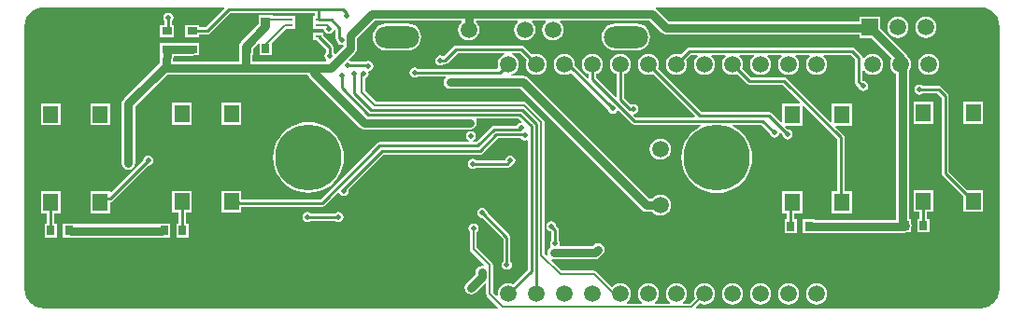
<source format=gtl>
G04*
G04 #@! TF.GenerationSoftware,Altium Limited,Altium Designer,18.1.9 (240)*
G04*
G04 Layer_Physical_Order=1*
G04 Layer_Color=255*
%FSAX25Y25*%
%MOIN*%
G70*
G01*
G75*
%ADD13R,0.05512X0.06299*%
%ADD14R,0.02756X0.03347*%
%ADD15R,0.03543X0.06496*%
%ADD16R,0.02165X0.00984*%
%ADD17R,0.03347X0.03740*%
%ADD18R,0.03347X0.02756*%
%ADD31C,0.01000*%
%ADD32C,0.03000*%
%ADD33C,0.00800*%
%ADD34C,0.05906*%
%ADD35R,0.05906X0.05906*%
%ADD36C,0.05910*%
%ADD37C,0.05906*%
%ADD38O,0.15748X0.07874*%
%ADD39C,0.23622*%
%ADD40C,0.01968*%
G36*
X0361407Y0452258D02*
X0354549Y0445400D01*
X0352335D01*
Y0446253D01*
X0347389D01*
Y0441897D01*
X0352335D01*
Y0442749D01*
X0355098D01*
X0355606Y0442850D01*
X0356036Y0443138D01*
X0363541Y0450643D01*
X0393458D01*
Y0449520D01*
X0392901D01*
Y0444968D01*
X0396354D01*
X0396703Y0444906D01*
X0396905Y0444567D01*
X0396981Y0444186D01*
X0397375Y0443596D01*
X0397965Y0443201D01*
X0398661Y0443063D01*
X0399358Y0443201D01*
X0399948Y0443596D01*
X0400342Y0444186D01*
X0400348Y0444215D01*
X0400902Y0444436D01*
X0401037Y0444340D01*
Y0441691D01*
X0401138Y0441184D01*
X0401292Y0440953D01*
X0401290Y0440944D01*
X0401429Y0440248D01*
X0401823Y0439658D01*
X0402413Y0439263D01*
X0403109Y0439125D01*
X0403549Y0439212D01*
X0403596Y0439190D01*
X0403827Y0438758D01*
X0401009Y0435939D01*
X0400441Y0436079D01*
X0400184Y0436464D01*
Y0438248D01*
X0400083Y0438755D01*
X0399796Y0439185D01*
X0396666Y0442315D01*
Y0443615D01*
X0394951D01*
X0394783Y0443648D01*
X0394616Y0443615D01*
X0392901D01*
Y0441031D01*
X0394201D01*
X0397533Y0437699D01*
Y0436464D01*
X0397178Y0435932D01*
X0397039Y0435236D01*
X0397178Y0434540D01*
X0397572Y0433950D01*
X0397752Y0433829D01*
X0397601Y0433329D01*
X0371243D01*
Y0435460D01*
X0371646D01*
Y0438015D01*
X0373325Y0439693D01*
X0373787Y0439502D01*
Y0435460D01*
X0378142D01*
Y0439798D01*
X0383312Y0444968D01*
X0386627D01*
Y0449520D01*
X0382861D01*
Y0449452D01*
X0378536D01*
Y0450032D01*
X0373590D01*
Y0446591D01*
X0367405Y0440406D01*
X0367291D01*
Y0440292D01*
X0367239Y0440241D01*
X0366731Y0439480D01*
X0366553Y0438583D01*
Y0433329D01*
X0343406D01*
X0343057Y0433687D01*
X0343095Y0435234D01*
X0349862D01*
X0350702Y0435401D01*
X0352335D01*
Y0439757D01*
X0350702D01*
X0349862Y0439924D01*
X0340807D01*
X0340386Y0439840D01*
X0339963Y0439767D01*
X0339947Y0439757D01*
X0338334D01*
Y0435401D01*
X0338334D01*
X0338406Y0435327D01*
X0338343Y0432749D01*
X0325428Y0419835D01*
X0324920Y0419074D01*
X0324742Y0418177D01*
Y0396772D01*
X0324920Y0395874D01*
X0325428Y0395113D01*
X0326189Y0394605D01*
X0327087Y0394427D01*
X0327984Y0394605D01*
X0328745Y0395113D01*
X0329253Y0395874D01*
X0329432Y0396772D01*
Y0417205D01*
X0340940Y0428713D01*
X0341312Y0428639D01*
X0341312Y0428639D01*
X0390911D01*
X0390944Y0428473D01*
X0391452Y0427712D01*
X0409444Y0409720D01*
X0409444Y0409720D01*
X0410205Y0409211D01*
X0411102Y0409033D01*
X0449055D01*
X0449953Y0409211D01*
X0450713Y0409720D01*
X0451222Y0410480D01*
X0451400Y0411378D01*
X0451222Y0412275D01*
X0451132Y0412409D01*
X0451368Y0412850D01*
X0466141D01*
X0467199Y0411792D01*
X0467175Y0411631D01*
X0467002Y0411282D01*
X0466429Y0411168D01*
X0465839Y0410774D01*
X0465541Y0410329D01*
X0457625D01*
X0457118Y0410228D01*
X0456688Y0409940D01*
X0451144Y0404396D01*
X0450094D01*
X0450011Y0404657D01*
X0450010Y0404896D01*
X0450538Y0405249D01*
X0450933Y0405839D01*
X0451071Y0406535D01*
X0450933Y0407232D01*
X0450538Y0407822D01*
X0449948Y0408216D01*
X0449252Y0408355D01*
X0448556Y0408216D01*
X0447966Y0407822D01*
X0447571Y0407232D01*
X0447433Y0406535D01*
X0447571Y0405839D01*
X0447966Y0405249D01*
X0448493Y0404896D01*
X0448493Y0404657D01*
X0448410Y0404396D01*
X0416614D01*
X0416107Y0404295D01*
X0415677Y0404008D01*
X0395632Y0383963D01*
X0367414D01*
Y0387020D01*
X0360302D01*
Y0379121D01*
X0367414D01*
Y0381312D01*
X0396181D01*
X0396688Y0381413D01*
X0397118Y0381701D01*
X0401678Y0386260D01*
X0402258Y0386133D01*
X0402532Y0385721D01*
X0403123Y0385327D01*
X0403819Y0385189D01*
X0404515Y0385327D01*
X0405105Y0385721D01*
X0405500Y0386312D01*
X0405638Y0387008D01*
X0405556Y0387421D01*
X0418080Y0399945D01*
X0452438D01*
X0452946Y0400046D01*
X0453376Y0400334D01*
X0458920Y0405878D01*
X0466903D01*
X0467139Y0405525D01*
X0467729Y0405130D01*
X0468425Y0404992D01*
X0468973Y0405101D01*
X0469473Y0404810D01*
Y0358867D01*
X0464145Y0353539D01*
X0463578Y0353774D01*
X0462598Y0353903D01*
X0461619Y0353774D01*
X0460706Y0353396D01*
X0459922Y0352795D01*
X0459320Y0352011D01*
X0458942Y0351098D01*
X0458813Y0350118D01*
X0458873Y0349667D01*
X0458399Y0349434D01*
X0457129Y0350704D01*
Y0360394D01*
X0457036Y0360862D01*
X0456771Y0361259D01*
X0451381Y0366649D01*
Y0372136D01*
X0451444Y0372178D01*
X0451838Y0372768D01*
X0451977Y0373465D01*
X0451838Y0374161D01*
X0451444Y0374751D01*
X0450854Y0375145D01*
X0450157Y0375284D01*
X0449461Y0375145D01*
X0448871Y0374751D01*
X0448477Y0374161D01*
X0448338Y0373465D01*
X0448477Y0372768D01*
X0448871Y0372178D01*
X0448934Y0372136D01*
Y0366142D01*
X0449027Y0365673D01*
X0449292Y0365277D01*
X0454011Y0360557D01*
X0453765Y0360097D01*
X0453150Y0360219D01*
X0452252Y0360041D01*
X0451491Y0359532D01*
X0450983Y0358771D01*
X0450805Y0357874D01*
Y0357153D01*
X0447673Y0354020D01*
X0447164Y0353260D01*
X0446986Y0352362D01*
X0447164Y0351465D01*
X0447673Y0350704D01*
X0448433Y0350196D01*
X0449331Y0350017D01*
X0450228Y0350196D01*
X0450989Y0350704D01*
X0454220Y0353935D01*
X0454682Y0353744D01*
Y0350197D01*
X0454775Y0349729D01*
X0455040Y0349332D01*
X0458992Y0345380D01*
X0458801Y0344918D01*
X0297076D01*
X0295441Y0345102D01*
X0293952Y0345623D01*
X0292617Y0346462D01*
X0291501Y0347577D01*
X0290662Y0348913D01*
X0290142Y0350401D01*
X0289957Y0352037D01*
Y0445601D01*
X0290142Y0447236D01*
X0290662Y0448725D01*
X0291501Y0450061D01*
X0292617Y0451176D01*
X0293952Y0452015D01*
X0295441Y0452536D01*
X0297076Y0452720D01*
X0361216D01*
X0361407Y0452258D01*
D02*
G37*
G36*
X0632433Y0452536D02*
X0633922Y0452015D01*
X0635257Y0451176D01*
X0636373Y0450061D01*
X0637212Y0448725D01*
X0637733Y0447236D01*
X0637917Y0445601D01*
Y0352037D01*
X0637733Y0350401D01*
X0637212Y0348913D01*
X0636373Y0347577D01*
X0635257Y0346462D01*
X0633922Y0345623D01*
X0632433Y0345102D01*
X0630798Y0344918D01*
X0529782D01*
X0529590Y0345380D01*
X0530950Y0346739D01*
X0531619Y0346462D01*
X0532598Y0346333D01*
X0533578Y0346462D01*
X0534491Y0346840D01*
X0535275Y0347442D01*
X0535877Y0348226D01*
X0536255Y0349138D01*
X0536384Y0350118D01*
X0536255Y0351098D01*
X0535877Y0352011D01*
X0535275Y0352795D01*
X0534491Y0353396D01*
X0533578Y0353774D01*
X0532598Y0353903D01*
X0531619Y0353774D01*
X0530706Y0353396D01*
X0529922Y0352795D01*
X0529320Y0352011D01*
X0528942Y0351098D01*
X0528813Y0350118D01*
X0528942Y0349138D01*
X0529219Y0348469D01*
X0527368Y0346618D01*
X0525023D01*
X0524853Y0347118D01*
X0525275Y0347442D01*
X0525877Y0348226D01*
X0526255Y0349138D01*
X0526384Y0350118D01*
X0526255Y0351098D01*
X0525877Y0352011D01*
X0525275Y0352795D01*
X0524491Y0353396D01*
X0523578Y0353774D01*
X0522598Y0353903D01*
X0521619Y0353774D01*
X0520706Y0353396D01*
X0519922Y0352795D01*
X0519320Y0352011D01*
X0518942Y0351098D01*
X0518813Y0350118D01*
X0518942Y0349138D01*
X0519320Y0348226D01*
X0519922Y0347442D01*
X0520344Y0347118D01*
X0520174Y0346618D01*
X0515023D01*
X0514853Y0347118D01*
X0515275Y0347442D01*
X0515876Y0348226D01*
X0516255Y0349138D01*
X0516384Y0350118D01*
X0516255Y0351098D01*
X0515876Y0352011D01*
X0515275Y0352795D01*
X0514491Y0353396D01*
X0513578Y0353774D01*
X0512598Y0353903D01*
X0511619Y0353774D01*
X0510706Y0353396D01*
X0509922Y0352795D01*
X0509320Y0352011D01*
X0508942Y0351098D01*
X0508813Y0350118D01*
X0508942Y0349138D01*
X0509320Y0348226D01*
X0509922Y0347442D01*
X0510344Y0347118D01*
X0510174Y0346618D01*
X0505023D01*
X0504853Y0347118D01*
X0505275Y0347442D01*
X0505876Y0348226D01*
X0506255Y0349138D01*
X0506384Y0350118D01*
X0506255Y0351098D01*
X0505876Y0352011D01*
X0505275Y0352795D01*
X0504491Y0353396D01*
X0503578Y0353774D01*
X0502598Y0353903D01*
X0501619Y0353774D01*
X0500706Y0353396D01*
X0499922Y0352795D01*
X0499863Y0352718D01*
X0499364Y0352686D01*
X0493980Y0358070D01*
X0493583Y0358335D01*
X0493115Y0358428D01*
X0481609D01*
X0477957Y0362080D01*
X0478203Y0362541D01*
X0478819Y0362419D01*
X0493425D01*
X0494323Y0362597D01*
X0495083Y0363106D01*
X0496343Y0364365D01*
X0496852Y0365126D01*
X0497030Y0366024D01*
X0496852Y0366921D01*
X0496343Y0367682D01*
X0495582Y0368190D01*
X0494685Y0368369D01*
X0493788Y0368190D01*
X0493027Y0367682D01*
X0492454Y0367109D01*
X0481310D01*
X0480978Y0367609D01*
X0481070Y0368070D01*
X0480932Y0368766D01*
X0480577Y0369298D01*
Y0372909D01*
X0480577Y0372913D01*
X0480477Y0373421D01*
X0480189Y0373851D01*
X0479719Y0374321D01*
X0479594Y0374948D01*
X0479200Y0375538D01*
X0478610Y0375933D01*
X0477913Y0376071D01*
X0477217Y0375933D01*
X0476627Y0375538D01*
X0476233Y0374948D01*
X0476094Y0374252D01*
X0476233Y0373556D01*
X0476627Y0372966D01*
X0477217Y0372571D01*
X0477844Y0372446D01*
X0477925Y0372365D01*
Y0369298D01*
X0477570Y0368766D01*
X0477432Y0368070D01*
X0477570Y0367374D01*
X0477884Y0366905D01*
X0477161Y0366422D01*
X0476652Y0365661D01*
X0476474Y0364764D01*
X0476596Y0364148D01*
X0476135Y0363902D01*
X0475522Y0364515D01*
Y0411517D01*
X0475429Y0411986D01*
X0475164Y0412383D01*
X0469003Y0418543D01*
X0468606Y0418808D01*
X0468138Y0418901D01*
X0415476D01*
X0411577Y0422800D01*
Y0427125D01*
X0411641Y0427138D01*
X0412231Y0427532D01*
X0412626Y0428123D01*
X0412764Y0428819D01*
X0412658Y0429352D01*
X0412685Y0429578D01*
X0412979Y0429886D01*
X0413413Y0429973D01*
X0414003Y0430367D01*
X0414397Y0430957D01*
X0414536Y0431653D01*
X0414397Y0432350D01*
X0414003Y0432940D01*
X0413413Y0433334D01*
X0412716Y0433473D01*
X0412020Y0433334D01*
X0411783Y0433176D01*
X0406582D01*
X0406050Y0433531D01*
X0405889Y0433563D01*
X0405744Y0434042D01*
X0408052Y0436350D01*
X0408052Y0436350D01*
X0408560Y0437110D01*
X0408739Y0438008D01*
Y0441603D01*
X0415027Y0447891D01*
X0445760D01*
X0445929Y0447391D01*
X0445788Y0447283D01*
X0445187Y0446499D01*
X0444808Y0445586D01*
X0444679Y0444606D01*
X0444808Y0443627D01*
X0445187Y0442714D01*
X0445788Y0441930D01*
X0446572Y0441328D01*
X0447485Y0440950D01*
X0448465Y0440821D01*
X0449444Y0440950D01*
X0450357Y0441328D01*
X0451141Y0441930D01*
X0451743Y0442714D01*
X0452121Y0443627D01*
X0452250Y0444606D01*
X0452121Y0445586D01*
X0451743Y0446499D01*
X0451141Y0447283D01*
X0451000Y0447391D01*
X0451126Y0447891D01*
X0465808D01*
X0465977Y0447391D01*
X0465787Y0447245D01*
X0465185Y0446460D01*
X0464807Y0445547D01*
X0464677Y0444567D01*
X0464807Y0443587D01*
X0465185Y0442673D01*
X0465787Y0441889D01*
X0466571Y0441287D01*
X0467484Y0440909D01*
X0468465Y0440780D01*
X0469445Y0440909D01*
X0470358Y0441287D01*
X0471142Y0441889D01*
X0471744Y0442673D01*
X0472123Y0443587D01*
X0472252Y0444567D01*
X0472123Y0445547D01*
X0471744Y0446460D01*
X0471142Y0447245D01*
X0470952Y0447391D01*
X0471122Y0447891D01*
X0475796D01*
X0475965Y0447391D01*
X0475826Y0447284D01*
X0475224Y0446500D01*
X0474846Y0445586D01*
X0474717Y0444606D01*
X0474846Y0443626D01*
X0475224Y0442713D01*
X0475826Y0441928D01*
X0476610Y0441327D01*
X0477524Y0440948D01*
X0478504Y0440819D01*
X0479484Y0440948D01*
X0480398Y0441327D01*
X0481182Y0441928D01*
X0481784Y0442713D01*
X0482162Y0443626D01*
X0482291Y0444606D01*
X0482162Y0445586D01*
X0481784Y0446500D01*
X0481182Y0447284D01*
X0481042Y0447391D01*
X0481212Y0447891D01*
X0512848D01*
X0517161Y0443578D01*
X0517921Y0443070D01*
X0518819Y0442891D01*
X0587822D01*
Y0441720D01*
X0592011D01*
X0599439Y0434292D01*
X0599320Y0434137D01*
X0598942Y0433224D01*
X0598813Y0432244D01*
X0598942Y0431264D01*
X0599320Y0430351D01*
X0599922Y0429568D01*
X0600706Y0428966D01*
X0601041Y0428827D01*
Y0376617D01*
X0572080D01*
Y0376745D01*
X0567724D01*
Y0375112D01*
X0567556Y0374272D01*
X0567724Y0373431D01*
Y0371798D01*
X0572080D01*
Y0371927D01*
X0603839D01*
X0604580Y0372074D01*
X0606292D01*
Y0373707D01*
X0606459Y0374547D01*
X0606292Y0375387D01*
Y0377021D01*
X0605731D01*
Y0430162D01*
X0605876Y0430351D01*
X0606255Y0431264D01*
X0606384Y0432244D01*
X0606255Y0433224D01*
X0605876Y0434137D01*
X0605275Y0434921D01*
X0604773Y0435306D01*
X0604765Y0435346D01*
X0604257Y0436107D01*
X0595328Y0445036D01*
Y0449225D01*
X0587822D01*
Y0447581D01*
X0519790D01*
X0515477Y0451894D01*
X0514990Y0452220D01*
X0515142Y0452720D01*
X0630798D01*
X0632433Y0452536D01*
D02*
G37*
%LPC*%
G36*
X0341339Y0450638D02*
X0340642Y0450500D01*
X0340052Y0450105D01*
X0339658Y0449515D01*
X0339519Y0448819D01*
X0339658Y0448123D01*
X0340013Y0447591D01*
Y0446253D01*
X0338334D01*
Y0441897D01*
X0343280D01*
Y0446253D01*
X0342664D01*
Y0447591D01*
X0343019Y0448123D01*
X0343158Y0448819D01*
X0343019Y0449515D01*
X0342625Y0450105D01*
X0342035Y0450500D01*
X0341339Y0450638D01*
D02*
G37*
G36*
X0367414Y0418516D02*
X0360302D01*
Y0410617D01*
X0367414D01*
Y0418516D01*
D02*
G37*
G36*
X0349698D02*
X0342586D01*
Y0410617D01*
X0349698D01*
Y0418516D01*
D02*
G37*
G36*
X0320603Y0418320D02*
X0313491D01*
Y0410421D01*
X0320603D01*
Y0418320D01*
D02*
G37*
G36*
X0302887D02*
X0295775D01*
Y0410421D01*
X0302887D01*
Y0418320D01*
D02*
G37*
G36*
X0463386Y0399575D02*
X0462690Y0399437D01*
X0462099Y0399042D01*
X0461705Y0398452D01*
X0461595Y0397900D01*
X0451267D01*
X0450736Y0398255D01*
X0450039Y0398394D01*
X0449343Y0398255D01*
X0448753Y0397861D01*
X0448359Y0397271D01*
X0448220Y0396575D01*
X0448359Y0395879D01*
X0448753Y0395288D01*
X0449343Y0394894D01*
X0450039Y0394756D01*
X0450736Y0394894D01*
X0451267Y0395249D01*
X0462205D01*
X0462712Y0395350D01*
X0463142Y0395638D01*
X0463455Y0395950D01*
X0464082Y0396075D01*
X0464672Y0396469D01*
X0465067Y0397060D01*
X0465205Y0397756D01*
X0465067Y0398452D01*
X0464672Y0399042D01*
X0464082Y0399437D01*
X0463386Y0399575D01*
D02*
G37*
G36*
X0334134Y0399615D02*
X0333438Y0399476D01*
X0332847Y0399082D01*
X0332453Y0398492D01*
X0332328Y0397864D01*
X0321065Y0386601D01*
X0320603Y0386792D01*
Y0386824D01*
X0313491D01*
Y0378924D01*
X0320603D01*
Y0382803D01*
X0320940Y0382870D01*
X0321370Y0383157D01*
X0334203Y0395990D01*
X0334830Y0396115D01*
X0335420Y0396509D01*
X0335815Y0397099D01*
X0335953Y0397795D01*
X0335815Y0398492D01*
X0335420Y0399082D01*
X0334830Y0399476D01*
X0334134Y0399615D01*
D02*
G37*
G36*
X0391339Y0411548D02*
X0389360Y0411392D01*
X0387429Y0410928D01*
X0385596Y0410169D01*
X0383903Y0409132D01*
X0382394Y0407842D01*
X0381104Y0406333D01*
X0380067Y0404641D01*
X0379308Y0402807D01*
X0378844Y0400877D01*
X0378689Y0398898D01*
X0378844Y0396919D01*
X0379308Y0394989D01*
X0380067Y0393155D01*
X0381104Y0391462D01*
X0382394Y0389953D01*
X0383903Y0388664D01*
X0385596Y0387626D01*
X0387429Y0386867D01*
X0389360Y0386403D01*
X0391339Y0386248D01*
X0393318Y0386403D01*
X0395248Y0386867D01*
X0397082Y0387626D01*
X0398774Y0388664D01*
X0400283Y0389953D01*
X0401573Y0391462D01*
X0402610Y0393155D01*
X0403370Y0394989D01*
X0403833Y0396919D01*
X0403989Y0398898D01*
X0403833Y0400877D01*
X0403370Y0402807D01*
X0402610Y0404641D01*
X0401573Y0406333D01*
X0400283Y0407842D01*
X0398774Y0409132D01*
X0397082Y0410169D01*
X0395248Y0410928D01*
X0393318Y0411392D01*
X0391339Y0411548D01*
D02*
G37*
G36*
X0391024Y0379496D02*
X0390327Y0379358D01*
X0389737Y0378963D01*
X0389343Y0378373D01*
X0389204Y0377677D01*
X0389343Y0376981D01*
X0389737Y0376391D01*
X0390327Y0375996D01*
X0391024Y0375858D01*
X0391720Y0375996D01*
X0392251Y0376352D01*
X0400734D01*
X0400761Y0376312D01*
X0401351Y0375918D01*
X0402047Y0375779D01*
X0402743Y0375918D01*
X0403334Y0376312D01*
X0403728Y0376902D01*
X0403866Y0377598D01*
X0403728Y0378295D01*
X0403334Y0378885D01*
X0402743Y0379279D01*
X0402047Y0379418D01*
X0401351Y0379279D01*
X0400937Y0379003D01*
X0392251D01*
X0391720Y0379358D01*
X0391024Y0379496D01*
D02*
G37*
G36*
X0302887Y0386824D02*
X0295775D01*
Y0378924D01*
X0297986D01*
Y0375288D01*
X0297094D01*
Y0370342D01*
X0301450D01*
Y0375288D01*
X0300637D01*
Y0378924D01*
X0302887D01*
Y0386824D01*
D02*
G37*
G36*
X0349698Y0387020D02*
X0342586D01*
Y0379121D01*
X0344836D01*
Y0375249D01*
X0344180D01*
Y0370302D01*
X0348536D01*
Y0375249D01*
X0347487D01*
Y0379121D01*
X0349698D01*
Y0387020D01*
D02*
G37*
G36*
X0307946Y0375288D02*
X0303590D01*
Y0370342D01*
X0307946D01*
Y0370372D01*
X0337684D01*
Y0370302D01*
X0342040D01*
Y0375249D01*
X0337684D01*
Y0375062D01*
X0307946D01*
Y0375288D01*
D02*
G37*
G36*
X0453386Y0380874D02*
X0452690Y0380736D01*
X0452099Y0380342D01*
X0451705Y0379751D01*
X0451567Y0379055D01*
X0451705Y0378359D01*
X0452099Y0377769D01*
X0452690Y0377374D01*
X0453317Y0377250D01*
X0460761Y0369805D01*
Y0361897D01*
X0460406Y0361366D01*
X0460267Y0360669D01*
X0460406Y0359973D01*
X0460800Y0359383D01*
X0461390Y0358989D01*
X0462087Y0358850D01*
X0462783Y0358989D01*
X0463373Y0359383D01*
X0463767Y0359973D01*
X0463906Y0360669D01*
X0463767Y0361366D01*
X0463412Y0361897D01*
Y0370354D01*
X0463412Y0370354D01*
X0463311Y0370862D01*
X0463024Y0371292D01*
X0455191Y0379124D01*
X0455067Y0379751D01*
X0454672Y0380342D01*
X0454082Y0380736D01*
X0453386Y0380874D01*
D02*
G37*
G36*
X0611575Y0449258D02*
X0610595Y0449129D01*
X0609682Y0448750D01*
X0608898Y0448149D01*
X0608297Y0447365D01*
X0607919Y0446452D01*
X0607790Y0445472D01*
X0607919Y0444493D01*
X0608297Y0443580D01*
X0608898Y0442796D01*
X0609682Y0442194D01*
X0610595Y0441816D01*
X0611575Y0441687D01*
X0612555Y0441816D01*
X0613467Y0442194D01*
X0614251Y0442796D01*
X0614853Y0443580D01*
X0615231Y0444493D01*
X0615360Y0445472D01*
X0615231Y0446452D01*
X0614853Y0447365D01*
X0614251Y0448149D01*
X0613467Y0448750D01*
X0612555Y0449129D01*
X0611575Y0449258D01*
D02*
G37*
G36*
X0601575D02*
X0600595Y0449129D01*
X0599682Y0448750D01*
X0598898Y0448149D01*
X0598297Y0447365D01*
X0597919Y0446452D01*
X0597790Y0445472D01*
X0597919Y0444493D01*
X0598297Y0443580D01*
X0598898Y0442796D01*
X0599682Y0442194D01*
X0600595Y0441816D01*
X0601575Y0441687D01*
X0602555Y0441816D01*
X0603467Y0442194D01*
X0604251Y0442796D01*
X0604853Y0443580D01*
X0605231Y0444493D01*
X0605360Y0445472D01*
X0605231Y0446452D01*
X0604853Y0447365D01*
X0604251Y0448149D01*
X0603467Y0448750D01*
X0602555Y0449129D01*
X0601575Y0449258D01*
D02*
G37*
G36*
X0508378Y0446810D02*
X0500678D01*
X0499425Y0446645D01*
X0498257Y0446161D01*
X0497254Y0445392D01*
X0497231Y0445361D01*
X0497212Y0445347D01*
X0496453Y0444357D01*
X0495975Y0443205D01*
X0495813Y0441968D01*
X0495975Y0440732D01*
X0496453Y0439580D01*
X0497212Y0438590D01*
X0497231Y0438576D01*
X0497254Y0438545D01*
X0498257Y0437776D01*
X0499425Y0437292D01*
X0500678Y0437127D01*
X0508378D01*
X0509631Y0437292D01*
X0510798Y0437776D01*
X0511801Y0438545D01*
X0511825Y0438576D01*
X0511843Y0438590D01*
X0512602Y0439580D01*
X0513080Y0440732D01*
X0513242Y0441968D01*
X0513080Y0443205D01*
X0512602Y0444357D01*
X0511843Y0445347D01*
X0511825Y0445361D01*
X0511801Y0445392D01*
X0510798Y0446161D01*
X0509631Y0446645D01*
X0508378Y0446810D01*
D02*
G37*
G36*
X0426685D02*
X0418985D01*
X0417732Y0446645D01*
X0416564Y0446161D01*
X0415561Y0445392D01*
X0415538Y0445361D01*
X0415519Y0445347D01*
X0414760Y0444357D01*
X0414283Y0443205D01*
X0414120Y0441968D01*
X0414283Y0440732D01*
X0414760Y0439580D01*
X0415519Y0438590D01*
X0415538Y0438576D01*
X0415561Y0438545D01*
X0416564Y0437776D01*
X0417732Y0437292D01*
X0418985Y0437127D01*
X0426685D01*
X0427938Y0437292D01*
X0429105Y0437776D01*
X0430108Y0438545D01*
X0430132Y0438576D01*
X0430150Y0438590D01*
X0430909Y0439580D01*
X0431387Y0440732D01*
X0431550Y0441968D01*
X0431387Y0443205D01*
X0430909Y0444357D01*
X0430150Y0445347D01*
X0430132Y0445361D01*
X0430108Y0445392D01*
X0429105Y0446161D01*
X0427938Y0446645D01*
X0426685Y0446810D01*
D02*
G37*
G36*
X0585354Y0438294D02*
X0527323D01*
X0526816Y0438193D01*
X0526386Y0437906D01*
X0524145Y0435665D01*
X0523578Y0435900D01*
X0522598Y0436029D01*
X0521619Y0435900D01*
X0520706Y0435522D01*
X0519922Y0434921D01*
X0519320Y0434137D01*
X0518942Y0433224D01*
X0518813Y0432244D01*
X0518942Y0431264D01*
X0519320Y0430351D01*
X0519922Y0429568D01*
X0520706Y0428966D01*
X0521619Y0428588D01*
X0522598Y0428459D01*
X0523578Y0428588D01*
X0524491Y0428966D01*
X0525275Y0429568D01*
X0525877Y0430351D01*
X0526255Y0431264D01*
X0526384Y0432244D01*
X0526255Y0433224D01*
X0526020Y0433791D01*
X0527872Y0435643D01*
X0530042D01*
X0530212Y0435143D01*
X0529922Y0434921D01*
X0529320Y0434137D01*
X0528942Y0433224D01*
X0528813Y0432244D01*
X0528942Y0431264D01*
X0529320Y0430351D01*
X0529922Y0429568D01*
X0530706Y0428966D01*
X0531619Y0428588D01*
X0532598Y0428459D01*
X0533578Y0428588D01*
X0534491Y0428966D01*
X0535275Y0429568D01*
X0535877Y0430351D01*
X0536255Y0431264D01*
X0536384Y0432244D01*
X0536255Y0433224D01*
X0535877Y0434137D01*
X0535275Y0434921D01*
X0534985Y0435143D01*
X0535155Y0435643D01*
X0540042D01*
X0540212Y0435143D01*
X0539922Y0434921D01*
X0539320Y0434137D01*
X0538942Y0433224D01*
X0538813Y0432244D01*
X0538942Y0431264D01*
X0539320Y0430351D01*
X0539922Y0429568D01*
X0540706Y0428966D01*
X0541619Y0428588D01*
X0542598Y0428459D01*
X0543578Y0428588D01*
X0544145Y0428823D01*
X0547606Y0425362D01*
X0548036Y0425075D01*
X0548543Y0424974D01*
X0560475D01*
X0566706Y0418742D01*
X0566515Y0418280D01*
X0560342D01*
Y0411595D01*
X0559880Y0411404D01*
X0556539Y0414745D01*
X0556109Y0415032D01*
X0555602Y0415133D01*
X0531584D01*
X0516020Y0430697D01*
X0516255Y0431264D01*
X0516384Y0432244D01*
X0516255Y0433224D01*
X0515876Y0434137D01*
X0515275Y0434921D01*
X0514491Y0435522D01*
X0513578Y0435900D01*
X0512598Y0436029D01*
X0511619Y0435900D01*
X0510706Y0435522D01*
X0509922Y0434921D01*
X0509320Y0434137D01*
X0508942Y0433224D01*
X0508813Y0432244D01*
X0508942Y0431264D01*
X0509320Y0430351D01*
X0509922Y0429568D01*
X0510706Y0428966D01*
X0511619Y0428588D01*
X0512598Y0428459D01*
X0513578Y0428588D01*
X0514145Y0428823D01*
X0529173Y0413795D01*
X0528981Y0413333D01*
X0507990D01*
X0507394Y0413929D01*
X0507559Y0414472D01*
X0507901Y0414540D01*
X0508491Y0414934D01*
X0508885Y0415524D01*
X0509024Y0416221D01*
X0508885Y0416917D01*
X0508491Y0417507D01*
X0507901Y0417901D01*
X0507205Y0418040D01*
X0506508Y0417901D01*
X0506263Y0417737D01*
X0503924Y0420077D01*
Y0428731D01*
X0504491Y0428966D01*
X0505275Y0429568D01*
X0505876Y0430351D01*
X0506255Y0431264D01*
X0506384Y0432244D01*
X0506255Y0433224D01*
X0505876Y0434137D01*
X0505275Y0434921D01*
X0504491Y0435522D01*
X0503578Y0435900D01*
X0502598Y0436029D01*
X0501619Y0435900D01*
X0500706Y0435522D01*
X0499922Y0434921D01*
X0499320Y0434137D01*
X0498942Y0433224D01*
X0498813Y0432244D01*
X0498942Y0431264D01*
X0499320Y0430351D01*
X0499922Y0429568D01*
X0500706Y0428966D01*
X0501273Y0428731D01*
Y0420704D01*
X0500811Y0420512D01*
X0493924Y0427399D01*
Y0428731D01*
X0494491Y0428966D01*
X0495275Y0429568D01*
X0495877Y0430351D01*
X0496255Y0431264D01*
X0496384Y0432244D01*
X0496255Y0433224D01*
X0495877Y0434137D01*
X0495275Y0434921D01*
X0494491Y0435522D01*
X0493578Y0435900D01*
X0492598Y0436029D01*
X0491619Y0435900D01*
X0490706Y0435522D01*
X0489922Y0434921D01*
X0489320Y0434137D01*
X0488942Y0433224D01*
X0488813Y0432244D01*
X0488942Y0431264D01*
X0489320Y0430351D01*
X0489922Y0429568D01*
X0490706Y0428966D01*
X0491273Y0428731D01*
Y0427529D01*
X0490773Y0427322D01*
X0486322Y0431773D01*
X0486384Y0432244D01*
X0486255Y0433224D01*
X0485877Y0434137D01*
X0485275Y0434921D01*
X0484491Y0435522D01*
X0483578Y0435900D01*
X0482598Y0436029D01*
X0481619Y0435900D01*
X0480706Y0435522D01*
X0479922Y0434921D01*
X0479320Y0434137D01*
X0478942Y0433224D01*
X0478813Y0432244D01*
X0478942Y0431264D01*
X0479320Y0430351D01*
X0479922Y0429568D01*
X0480706Y0428966D01*
X0481619Y0428588D01*
X0482598Y0428459D01*
X0483578Y0428588D01*
X0484491Y0428966D01*
X0484994Y0429352D01*
X0498017Y0416329D01*
X0498142Y0415701D01*
X0498536Y0415111D01*
X0499127Y0414717D01*
X0499823Y0414578D01*
X0500519Y0414717D01*
X0501109Y0415111D01*
X0501368Y0415499D01*
X0501958Y0415617D01*
X0506504Y0411071D01*
X0506934Y0410783D01*
X0507441Y0410682D01*
X0531413D01*
X0531511Y0410192D01*
X0531265Y0410090D01*
X0529572Y0409053D01*
X0528063Y0407764D01*
X0526774Y0406254D01*
X0525737Y0404562D01*
X0524977Y0402728D01*
X0524514Y0400798D01*
X0524358Y0398819D01*
X0524514Y0396840D01*
X0524977Y0394910D01*
X0525737Y0393076D01*
X0526774Y0391383D01*
X0528063Y0389874D01*
X0529572Y0388585D01*
X0531265Y0387548D01*
X0533099Y0386788D01*
X0535029Y0386325D01*
X0537008Y0386169D01*
X0538987Y0386325D01*
X0540917Y0386788D01*
X0542751Y0387548D01*
X0544443Y0388585D01*
X0545953Y0389874D01*
X0547242Y0391383D01*
X0548279Y0393076D01*
X0549039Y0394910D01*
X0549502Y0396840D01*
X0549658Y0398819D01*
X0549502Y0400798D01*
X0549039Y0402728D01*
X0548279Y0404562D01*
X0547242Y0406254D01*
X0545953Y0407764D01*
X0544443Y0409053D01*
X0542751Y0410090D01*
X0542505Y0410192D01*
X0542602Y0410682D01*
X0552758D01*
X0555675Y0407766D01*
X0555800Y0407138D01*
X0556194Y0406548D01*
X0556784Y0406154D01*
X0557480Y0406015D01*
X0558177Y0406154D01*
X0558767Y0406548D01*
X0559161Y0407138D01*
X0559249Y0407579D01*
X0559788Y0407747D01*
X0560390Y0407146D01*
X0560524Y0406469D01*
X0560918Y0405879D01*
X0561509Y0405485D01*
X0562205Y0405346D01*
X0562901Y0405485D01*
X0563491Y0405879D01*
X0563885Y0406469D01*
X0564024Y0407165D01*
X0563885Y0407862D01*
X0563491Y0408452D01*
X0562901Y0408846D01*
X0562323Y0408961D01*
X0561365Y0409919D01*
X0561556Y0410381D01*
X0567453D01*
Y0417342D01*
X0567915Y0417533D01*
X0579777Y0405671D01*
Y0386784D01*
X0578058D01*
Y0378885D01*
X0585170D01*
Y0386784D01*
X0582428D01*
Y0406220D01*
X0582327Y0406728D01*
X0582040Y0407158D01*
X0579278Y0409919D01*
X0579469Y0410381D01*
X0585170D01*
Y0418280D01*
X0578058D01*
Y0411792D01*
X0577596Y0411601D01*
X0561961Y0427237D01*
X0561531Y0427524D01*
X0561024Y0427625D01*
X0549092D01*
X0546020Y0430697D01*
X0546255Y0431264D01*
X0546384Y0432244D01*
X0546255Y0433224D01*
X0545877Y0434137D01*
X0545275Y0434921D01*
X0544985Y0435143D01*
X0545155Y0435643D01*
X0550093D01*
X0550263Y0435143D01*
X0549922Y0434881D01*
X0549320Y0434097D01*
X0548942Y0433184D01*
X0548813Y0432205D01*
X0548942Y0431225D01*
X0549320Y0430312D01*
X0549922Y0429528D01*
X0550706Y0428927D01*
X0551619Y0428549D01*
X0552598Y0428420D01*
X0553578Y0428549D01*
X0554491Y0428927D01*
X0555275Y0429528D01*
X0555876Y0430312D01*
X0556255Y0431225D01*
X0556384Y0432205D01*
X0556255Y0433184D01*
X0555876Y0434097D01*
X0555275Y0434881D01*
X0554934Y0435143D01*
X0555103Y0435643D01*
X0560042D01*
X0560212Y0435143D01*
X0559922Y0434921D01*
X0559320Y0434137D01*
X0558942Y0433224D01*
X0558813Y0432244D01*
X0558942Y0431264D01*
X0559320Y0430351D01*
X0559922Y0429568D01*
X0560706Y0428966D01*
X0561619Y0428588D01*
X0562598Y0428459D01*
X0563578Y0428588D01*
X0564491Y0428966D01*
X0565275Y0429568D01*
X0565876Y0430351D01*
X0566255Y0431264D01*
X0566384Y0432244D01*
X0566255Y0433224D01*
X0565876Y0434137D01*
X0565275Y0434921D01*
X0564985Y0435143D01*
X0565155Y0435643D01*
X0570042D01*
X0570212Y0435143D01*
X0569922Y0434921D01*
X0569320Y0434137D01*
X0568942Y0433224D01*
X0568813Y0432244D01*
X0568942Y0431264D01*
X0569320Y0430351D01*
X0569922Y0429568D01*
X0570706Y0428966D01*
X0571619Y0428588D01*
X0572598Y0428459D01*
X0573578Y0428588D01*
X0574491Y0428966D01*
X0575275Y0429568D01*
X0575877Y0430351D01*
X0576255Y0431264D01*
X0576384Y0432244D01*
X0576255Y0433224D01*
X0575877Y0434137D01*
X0575275Y0434921D01*
X0574985Y0435143D01*
X0575155Y0435643D01*
X0584805D01*
X0586312Y0434136D01*
Y0425945D01*
X0586413Y0425438D01*
X0586701Y0425008D01*
X0587368Y0424340D01*
X0587493Y0423713D01*
X0587887Y0423123D01*
X0588477Y0422729D01*
X0589173Y0422590D01*
X0589869Y0422729D01*
X0590460Y0423123D01*
X0590854Y0423713D01*
X0590992Y0424409D01*
X0590854Y0425106D01*
X0590460Y0425696D01*
X0589869Y0426090D01*
X0589242Y0426215D01*
X0588963Y0426494D01*
Y0429996D01*
X0589463Y0430165D01*
X0589922Y0429568D01*
X0590706Y0428966D01*
X0591619Y0428588D01*
X0592598Y0428459D01*
X0593578Y0428588D01*
X0594491Y0428966D01*
X0595275Y0429568D01*
X0595877Y0430351D01*
X0596255Y0431264D01*
X0596384Y0432244D01*
X0596255Y0433224D01*
X0595877Y0434137D01*
X0595275Y0434921D01*
X0594491Y0435522D01*
X0593578Y0435900D01*
X0592598Y0436029D01*
X0591619Y0435900D01*
X0590706Y0435522D01*
X0589922Y0434921D01*
X0589463Y0434323D01*
X0588963Y0434493D01*
Y0434685D01*
X0588862Y0435192D01*
X0588575Y0435622D01*
X0586292Y0437906D01*
X0585862Y0438193D01*
X0585354Y0438294D01*
D02*
G37*
G36*
X0612598Y0436029D02*
X0611619Y0435900D01*
X0610706Y0435522D01*
X0609922Y0434921D01*
X0609320Y0434137D01*
X0608942Y0433224D01*
X0608813Y0432244D01*
X0608942Y0431264D01*
X0609320Y0430351D01*
X0609922Y0429568D01*
X0610706Y0428966D01*
X0611619Y0428588D01*
X0612598Y0428459D01*
X0613578Y0428588D01*
X0614491Y0428966D01*
X0615275Y0429568D01*
X0615876Y0430351D01*
X0616255Y0431264D01*
X0616384Y0432244D01*
X0616255Y0433224D01*
X0615876Y0434137D01*
X0615275Y0434921D01*
X0614491Y0435522D01*
X0613578Y0435900D01*
X0612598Y0436029D01*
D02*
G37*
G36*
X0467205Y0438963D02*
X0443937D01*
X0443430Y0438862D01*
X0443000Y0438575D01*
X0439469Y0435044D01*
X0439082Y0435303D01*
X0438386Y0435441D01*
X0437690Y0435303D01*
X0437099Y0434908D01*
X0436705Y0434318D01*
X0436567Y0433622D01*
X0436705Y0432926D01*
X0437099Y0432336D01*
X0437690Y0431941D01*
X0438386Y0431803D01*
X0439082Y0431941D01*
X0439614Y0432297D01*
X0439921D01*
X0440428Y0432398D01*
X0440859Y0432685D01*
X0444486Y0436312D01*
X0461307D01*
X0461407Y0435812D01*
X0460706Y0435522D01*
X0459922Y0434921D01*
X0459320Y0434137D01*
X0458942Y0433224D01*
X0458813Y0432244D01*
X0458942Y0431264D01*
X0459020Y0431077D01*
X0458686Y0430577D01*
X0430401D01*
X0429869Y0430933D01*
X0429173Y0431071D01*
X0428477Y0430933D01*
X0427887Y0430538D01*
X0427493Y0429948D01*
X0427354Y0429252D01*
X0427493Y0428556D01*
X0427887Y0427966D01*
X0428477Y0427571D01*
X0429173Y0427433D01*
X0429869Y0427571D01*
X0430401Y0427926D01*
X0440124D01*
X0440269Y0427448D01*
X0440232Y0427423D01*
X0439723Y0426662D01*
X0439545Y0425765D01*
X0439723Y0424867D01*
X0440232Y0424106D01*
X0440992Y0423598D01*
X0441890Y0423420D01*
X0467044D01*
X0510271Y0380192D01*
X0510271Y0380192D01*
X0511032Y0379684D01*
X0511929Y0379505D01*
X0513917D01*
X0514173Y0379172D01*
X0514957Y0378571D01*
X0515870Y0378192D01*
X0516850Y0378063D01*
X0517831Y0378192D01*
X0518744Y0378571D01*
X0519528Y0379172D01*
X0520130Y0379957D01*
X0520508Y0380870D01*
X0520638Y0381850D01*
X0520508Y0382831D01*
X0520130Y0383744D01*
X0519528Y0384528D01*
X0518744Y0385130D01*
X0517831Y0385508D01*
X0516850Y0385637D01*
X0515870Y0385508D01*
X0514957Y0385130D01*
X0514173Y0384528D01*
X0513917Y0384195D01*
X0512900D01*
X0469673Y0427423D01*
X0468912Y0427931D01*
X0468015Y0428110D01*
X0463673D01*
X0463578Y0428588D01*
X0464491Y0428966D01*
X0465275Y0429568D01*
X0465876Y0430351D01*
X0466255Y0431264D01*
X0466384Y0432244D01*
X0466255Y0433224D01*
X0465876Y0434137D01*
X0465275Y0434921D01*
X0464491Y0435522D01*
X0463790Y0435812D01*
X0463890Y0436312D01*
X0466656D01*
X0469177Y0433791D01*
X0468942Y0433224D01*
X0468813Y0432244D01*
X0468942Y0431264D01*
X0469320Y0430351D01*
X0469922Y0429568D01*
X0470706Y0428966D01*
X0471619Y0428588D01*
X0472598Y0428459D01*
X0473578Y0428588D01*
X0474491Y0428966D01*
X0475275Y0429568D01*
X0475877Y0430351D01*
X0476255Y0431264D01*
X0476384Y0432244D01*
X0476255Y0433224D01*
X0475877Y0434137D01*
X0475275Y0434921D01*
X0474491Y0435522D01*
X0473578Y0435900D01*
X0472598Y0436029D01*
X0471619Y0435900D01*
X0471052Y0435665D01*
X0468142Y0438575D01*
X0467712Y0438862D01*
X0467205Y0438963D01*
D02*
G37*
G36*
X0631981Y0418792D02*
X0624869D01*
Y0410893D01*
X0631981D01*
Y0418792D01*
D02*
G37*
G36*
X0614265D02*
X0607153D01*
Y0410893D01*
X0614265D01*
Y0418792D01*
D02*
G37*
G36*
X0516811Y0405635D02*
X0515831Y0405507D01*
X0514919Y0405128D01*
X0514135Y0404527D01*
X0513533Y0403743D01*
X0513155Y0402830D01*
X0513026Y0401850D01*
X0513155Y0400871D01*
X0513533Y0399958D01*
X0514135Y0399174D01*
X0514919Y0398572D01*
X0515831Y0398194D01*
X0516811Y0398065D01*
X0517791Y0398194D01*
X0518704Y0398572D01*
X0519487Y0399174D01*
X0520089Y0399958D01*
X0520467Y0400871D01*
X0520596Y0401850D01*
X0520467Y0402830D01*
X0520089Y0403743D01*
X0519487Y0404527D01*
X0518704Y0405128D01*
X0517791Y0405507D01*
X0516811Y0405635D01*
D02*
G37*
G36*
X0609370Y0425008D02*
X0608674Y0424870D01*
X0608084Y0424475D01*
X0607689Y0423885D01*
X0607551Y0423189D01*
X0607689Y0422493D01*
X0608084Y0421903D01*
X0608674Y0421508D01*
X0609370Y0421370D01*
X0610066Y0421508D01*
X0610598Y0421864D01*
X0615593D01*
X0617100Y0420357D01*
Y0393347D01*
X0617201Y0392839D01*
X0617488Y0392409D01*
X0624869Y0385028D01*
Y0379397D01*
X0631981D01*
Y0387296D01*
X0626350D01*
X0619751Y0393896D01*
Y0420905D01*
X0619650Y0421413D01*
X0619362Y0421843D01*
X0617079Y0424126D01*
X0616649Y0424414D01*
X0616142Y0424514D01*
X0610598D01*
X0610066Y0424870D01*
X0609370Y0425008D01*
D02*
G37*
G36*
X0614265Y0387296D02*
X0607153D01*
Y0379397D01*
X0609285D01*
Y0377021D01*
X0608432D01*
Y0372074D01*
X0612788D01*
Y0377021D01*
X0611936D01*
Y0379397D01*
X0614265D01*
Y0387296D01*
D02*
G37*
G36*
X0567453Y0386784D02*
X0560342D01*
Y0378885D01*
X0562080D01*
Y0376745D01*
X0561228D01*
Y0371798D01*
X0565584D01*
Y0376745D01*
X0564731D01*
Y0378885D01*
X0567453D01*
Y0386784D01*
D02*
G37*
G36*
X0572598Y0353903D02*
X0571619Y0353774D01*
X0570706Y0353396D01*
X0569922Y0352795D01*
X0569320Y0352011D01*
X0568942Y0351098D01*
X0568813Y0350118D01*
X0568942Y0349138D01*
X0569320Y0348226D01*
X0569922Y0347442D01*
X0570706Y0346840D01*
X0571619Y0346462D01*
X0572598Y0346333D01*
X0573578Y0346462D01*
X0574491Y0346840D01*
X0575275Y0347442D01*
X0575877Y0348226D01*
X0576255Y0349138D01*
X0576384Y0350118D01*
X0576255Y0351098D01*
X0575877Y0352011D01*
X0575275Y0352795D01*
X0574491Y0353396D01*
X0573578Y0353774D01*
X0572598Y0353903D01*
D02*
G37*
G36*
X0562598D02*
X0561619Y0353774D01*
X0560706Y0353396D01*
X0559922Y0352795D01*
X0559320Y0352011D01*
X0558942Y0351098D01*
X0558813Y0350118D01*
X0558942Y0349138D01*
X0559320Y0348226D01*
X0559922Y0347442D01*
X0560706Y0346840D01*
X0561619Y0346462D01*
X0562598Y0346333D01*
X0563578Y0346462D01*
X0564491Y0346840D01*
X0565275Y0347442D01*
X0565876Y0348226D01*
X0566255Y0349138D01*
X0566384Y0350118D01*
X0566255Y0351098D01*
X0565876Y0352011D01*
X0565275Y0352795D01*
X0564491Y0353396D01*
X0563578Y0353774D01*
X0562598Y0353903D01*
D02*
G37*
G36*
X0552598D02*
X0551619Y0353774D01*
X0550706Y0353396D01*
X0549922Y0352795D01*
X0549320Y0352011D01*
X0548942Y0351098D01*
X0548813Y0350118D01*
X0548942Y0349138D01*
X0549320Y0348226D01*
X0549922Y0347442D01*
X0550706Y0346840D01*
X0551619Y0346462D01*
X0552598Y0346333D01*
X0553578Y0346462D01*
X0554491Y0346840D01*
X0555275Y0347442D01*
X0555876Y0348226D01*
X0556255Y0349138D01*
X0556384Y0350118D01*
X0556255Y0351098D01*
X0555876Y0352011D01*
X0555275Y0352795D01*
X0554491Y0353396D01*
X0553578Y0353774D01*
X0552598Y0353903D01*
D02*
G37*
G36*
X0542598D02*
X0541619Y0353774D01*
X0540706Y0353396D01*
X0539922Y0352795D01*
X0539320Y0352011D01*
X0538942Y0351098D01*
X0538813Y0350118D01*
X0538942Y0349138D01*
X0539320Y0348226D01*
X0539922Y0347442D01*
X0540706Y0346840D01*
X0541619Y0346462D01*
X0542598Y0346333D01*
X0543578Y0346462D01*
X0544491Y0346840D01*
X0545275Y0347442D01*
X0545877Y0348226D01*
X0546255Y0349138D01*
X0546384Y0350118D01*
X0546255Y0351098D01*
X0545877Y0352011D01*
X0545275Y0352795D01*
X0544491Y0353396D01*
X0543578Y0353774D01*
X0542598Y0353903D01*
D02*
G37*
%LPD*%
D13*
X0610709Y0383347D02*
D03*
X0628425D02*
D03*
X0610709Y0414843D02*
D03*
X0628425D02*
D03*
X0363858Y0414567D02*
D03*
X0346142D02*
D03*
X0363858Y0383071D02*
D03*
X0346142D02*
D03*
X0563898Y0382835D02*
D03*
X0581614D02*
D03*
X0563898Y0414331D02*
D03*
X0581614D02*
D03*
X0317047Y0414370D02*
D03*
X0299331D02*
D03*
X0317047Y0382874D02*
D03*
X0299331D02*
D03*
D14*
X0346358Y0372776D02*
D03*
X0339862D02*
D03*
X0610610Y0374547D02*
D03*
X0604114D02*
D03*
X0299272Y0372815D02*
D03*
X0305768D02*
D03*
X0563406Y0374272D02*
D03*
X0569902D02*
D03*
X0375965Y0437933D02*
D03*
X0369468D02*
D03*
D15*
X0389764Y0445276D02*
D03*
D16*
X0384744Y0448228D02*
D03*
Y0446260D02*
D03*
Y0444291D02*
D03*
Y0442323D02*
D03*
X0394783Y0448228D02*
D03*
Y0446260D02*
D03*
Y0444291D02*
D03*
Y0442323D02*
D03*
D17*
X0376063Y0447362D02*
D03*
X0369764D02*
D03*
D18*
X0349862Y0444075D02*
D03*
Y0437579D02*
D03*
X0340807Y0444075D02*
D03*
Y0437579D02*
D03*
D31*
X0483976Y0432244D02*
X0499823Y0416398D01*
X0482598Y0432244D02*
X0483976D01*
X0492598Y0426850D02*
X0500767Y0418682D01*
X0492598Y0426850D02*
Y0432244D01*
X0412693Y0414178D02*
X0450215D01*
X0403110Y0423761D02*
X0412693Y0414178D01*
X0403110Y0423761D02*
Y0428189D01*
X0413439Y0415978D02*
X0450960D01*
X0407559Y0421858D02*
X0413439Y0415978D01*
X0407559Y0421858D02*
Y0428701D01*
X0403819Y0387559D02*
X0417531Y0401271D01*
X0403819Y0387008D02*
Y0387559D01*
X0417531Y0401271D02*
X0452438D01*
X0616142Y0423189D02*
X0618425Y0420905D01*
X0609370Y0423189D02*
X0616142D01*
X0429173Y0429252D02*
X0459606D01*
X0462598Y0432244D01*
X0453386Y0379055D02*
X0462087Y0370354D01*
Y0360669D02*
Y0370354D01*
X0479251Y0368070D02*
Y0372912D01*
X0479252Y0372913D01*
X0555602Y0413808D02*
X0562244Y0407165D01*
X0562205D02*
X0562244D01*
X0531035Y0413808D02*
X0555602D01*
X0512598Y0432244D02*
X0531035Y0413808D01*
X0502598Y0419528D02*
X0505905Y0416221D01*
X0507205D01*
X0502598Y0419528D02*
Y0432244D01*
X0502107Y0417342D02*
X0507441Y0412008D01*
X0502107Y0417342D02*
Y0417344D01*
X0500769Y0418682D02*
X0502107Y0417344D01*
X0500767Y0418682D02*
X0500769D01*
X0507441Y0412008D02*
X0553307D01*
X0561024Y0426299D02*
X0581102Y0406220D01*
X0548543Y0426299D02*
X0561024D01*
X0542598Y0432244D02*
X0548543Y0426299D01*
X0553307Y0412008D02*
X0557480Y0407835D01*
X0581102Y0385827D02*
Y0406220D01*
X0585354Y0436969D02*
X0587638Y0434685D01*
X0527323Y0436969D02*
X0585354D01*
X0522598Y0432244D02*
X0527323Y0436969D01*
X0587638Y0425945D02*
Y0434685D01*
Y0425945D02*
X0589173Y0424409D01*
X0618425Y0393347D02*
Y0420905D01*
Y0393347D02*
X0628425Y0383347D01*
X0467205Y0437638D02*
X0472598Y0432244D01*
X0443937Y0437638D02*
X0467205D01*
X0610551Y0385945D02*
X0610610Y0385886D01*
Y0374547D02*
Y0385886D01*
X0563406Y0374272D02*
Y0382835D01*
X0362992Y0451968D02*
X0394488D01*
X0394783Y0451673D01*
Y0448228D02*
Y0451673D01*
X0399448Y0448228D02*
X0402362Y0445314D01*
X0394783Y0448228D02*
X0399448D01*
X0355098Y0444075D02*
X0362992Y0451968D01*
X0349862Y0444075D02*
X0355098D01*
X0341339Y0444606D02*
Y0448819D01*
X0394488Y0451968D02*
X0403543D01*
X0405079Y0450433D01*
X0394783Y0442323D02*
X0398858Y0438248D01*
Y0435236D02*
Y0438248D01*
X0462598Y0350118D02*
X0470798Y0358318D01*
X0492598Y0350118D02*
Y0350984D01*
X0346161Y0374075D02*
Y0383051D01*
X0346142Y0383071D02*
X0346161Y0383051D01*
X0299311Y0373406D02*
Y0382854D01*
X0299331Y0382874D01*
X0477913Y0374252D02*
X0479252Y0372913D01*
X0450215Y0414178D02*
X0450217Y0414176D01*
X0470798Y0358318D02*
Y0410068D01*
X0466690Y0414176D02*
X0470798Y0410068D01*
X0450217Y0414176D02*
X0466690D01*
X0450960Y0415978D02*
X0450963Y0415976D01*
X0467436D01*
X0472598Y0350118D02*
Y0410813D01*
X0467436Y0415976D02*
X0472598Y0410813D01*
X0402362Y0441691D02*
Y0445314D01*
Y0441691D02*
X0403109Y0440944D01*
X0318661Y0384095D02*
X0320433D01*
X0334134Y0397795D01*
X0364173Y0385000D02*
X0366535Y0382638D01*
X0458371Y0407203D02*
X0468033D01*
X0468425Y0406811D01*
X0451693Y0403071D02*
X0457625Y0409003D01*
X0466641D01*
X0467125Y0409487D01*
X0452438Y0401271D02*
X0458371Y0407203D01*
X0405354Y0431850D02*
X0412520D01*
X0412716Y0431653D01*
X0407559Y0428701D02*
X0407717Y0428858D01*
X0438386Y0433622D02*
X0439921D01*
X0443937Y0437638D01*
X0401968Y0377677D02*
X0402047Y0377598D01*
X0391024Y0377677D02*
X0401968D01*
X0366535Y0382638D02*
X0396181D01*
X0416614Y0403071D01*
X0451693D01*
X0450039Y0396575D02*
X0462205D01*
X0463386Y0397756D01*
D32*
X0393110Y0429370D02*
X0411102Y0411378D01*
X0393110Y0429370D02*
Y0430984D01*
X0411102Y0411378D02*
X0449055D01*
X0603386Y0375276D02*
Y0431457D01*
X0602598Y0432244D02*
Y0434449D01*
X0591575Y0445472D02*
X0602598Y0434449D01*
X0518819Y0445236D02*
X0591535D01*
X0513819Y0450236D02*
X0518819Y0445236D01*
X0493425Y0364764D02*
X0494685Y0366024D01*
X0478819Y0364764D02*
X0493425D01*
X0511929Y0381850D02*
X0516850D01*
X0468015Y0425765D02*
X0511929Y0381850D01*
X0552598Y0350118D02*
X0553386Y0350905D01*
X0602598Y0432244D02*
X0603386Y0431457D01*
Y0375276D02*
X0604114Y0374547D01*
X0327087Y0396772D02*
Y0418177D01*
X0368898Y0438583D02*
X0376063Y0445748D01*
X0340807Y0437579D02*
X0349862D01*
X0376063Y0445748D02*
Y0447362D01*
X0406394Y0442575D02*
X0414055Y0450236D01*
X0448465Y0444606D02*
X0448543Y0444685D01*
X0414055Y0450236D02*
X0448543D01*
Y0444685D02*
Y0450236D01*
X0513819D01*
X0441890Y0425765D02*
X0468015D01*
X0569902Y0374272D02*
X0603839D01*
X0306496Y0372716D02*
X0339016D01*
X0327087Y0418177D02*
X0340603Y0431693D01*
X0340662D01*
X0340807Y0437579D01*
X0341312Y0430984D02*
X0368898D01*
X0340603Y0431693D02*
X0341312Y0430984D01*
X0368898D02*
Y0438583D01*
Y0430984D02*
X0393110D01*
X0399370D01*
X0406394Y0438008D01*
Y0442575D01*
X0453150Y0356181D02*
Y0357874D01*
X0449331Y0352362D02*
X0453150Y0356181D01*
D33*
X0410354Y0422294D02*
Y0428228D01*
Y0422294D02*
X0414969Y0417678D01*
X0468138D01*
X0455905Y0350197D02*
Y0360394D01*
X0474298Y0364009D02*
X0481102Y0357205D01*
X0474298Y0364009D02*
Y0411517D01*
X0481102Y0357205D02*
X0493115D01*
X0460708Y0345394D02*
X0527875D01*
X0455905Y0350197D02*
X0460708Y0345394D01*
X0394783Y0446260D02*
X0397903D01*
X0375965Y0437933D02*
Y0439350D01*
X0382874Y0446260D02*
X0384744D01*
X0375965Y0439350D02*
X0382874Y0446260D01*
X0376063Y0447362D02*
X0376929Y0448228D01*
X0384744D01*
X0527875Y0345394D02*
X0532598Y0350118D01*
X0397903Y0446260D02*
X0398661Y0445502D01*
Y0444882D02*
Y0445502D01*
X0468138Y0417678D02*
X0474298Y0411517D01*
X0410354Y0428228D02*
X0410945Y0428819D01*
X0493115Y0357205D02*
X0500202Y0350118D01*
X0502598D01*
X0450157Y0373465D02*
Y0373543D01*
Y0366142D02*
X0455905Y0360394D01*
X0450157Y0366142D02*
Y0373465D01*
D34*
X0621575Y0445472D02*
D03*
X0611575D02*
D03*
X0601575D02*
D03*
D35*
X0591575D02*
D03*
D36*
X0478504Y0444606D02*
D03*
X0468465Y0444567D02*
D03*
X0458465D02*
D03*
X0516850Y0391850D02*
D03*
Y0381850D02*
D03*
D37*
X0448465Y0444606D02*
D03*
X0462598Y0432244D02*
D03*
X0472598D02*
D03*
X0612598D02*
D03*
X0602598D02*
D03*
X0592598D02*
D03*
X0582598D02*
D03*
X0572598D02*
D03*
X0562598D02*
D03*
X0552598Y0432205D02*
D03*
X0482598Y0432244D02*
D03*
X0492598D02*
D03*
X0502598D02*
D03*
X0512598D02*
D03*
X0542598D02*
D03*
X0532598D02*
D03*
X0522598D02*
D03*
X0572598Y0350118D02*
D03*
X0562598D02*
D03*
X0552598D02*
D03*
X0542598D02*
D03*
X0532598D02*
D03*
X0522598D02*
D03*
X0512598D02*
D03*
X0502598D02*
D03*
X0492598D02*
D03*
X0482598D02*
D03*
X0472598D02*
D03*
X0462598D02*
D03*
X0516811Y0401850D02*
D03*
D38*
X0422835Y0441968D02*
D03*
X0504528D02*
D03*
D39*
X0391339Y0398898D02*
D03*
X0537008Y0398819D02*
D03*
D40*
X0631890Y0437008D02*
D03*
X0625984Y0425197D02*
D03*
Y0354331D02*
D03*
X0620079Y0437008D02*
D03*
X0614173Y0377953D02*
D03*
Y0354331D02*
D03*
X0608267Y0437008D02*
D03*
Y0366142D02*
D03*
X0602362Y0354331D02*
D03*
X0590551Y0401575D02*
D03*
X0596456Y0389764D02*
D03*
X0590551Y0377953D02*
D03*
X0596456Y0366142D02*
D03*
X0590551Y0354331D02*
D03*
X0578740Y0425197D02*
D03*
X0584646Y0366142D02*
D03*
X0578740Y0354331D02*
D03*
X0566929Y0401575D02*
D03*
X0572834Y0366142D02*
D03*
X0566929Y0354331D02*
D03*
X0561023Y0389764D02*
D03*
X0555118Y0377953D02*
D03*
X0561023Y0366142D02*
D03*
X0555118Y0354331D02*
D03*
X0543307Y0425197D02*
D03*
X0549212Y0389764D02*
D03*
X0543307Y0377953D02*
D03*
X0549212Y0366142D02*
D03*
X0531496Y0425197D02*
D03*
Y0377953D02*
D03*
X0525590Y0389764D02*
D03*
X0519685Y0377953D02*
D03*
X0525590Y0366142D02*
D03*
X0519685Y0354331D02*
D03*
X0513779Y0437008D02*
D03*
X0507874Y0401575D02*
D03*
X0513779Y0366142D02*
D03*
X0496063Y0377953D02*
D03*
X0501968Y0366142D02*
D03*
X0490157Y0437008D02*
D03*
Y0413386D02*
D03*
X0484252Y0401575D02*
D03*
X0490157Y0389764D02*
D03*
X0484252Y0377953D02*
D03*
X0478346Y0437008D02*
D03*
Y0389764D02*
D03*
X0460630Y0401575D02*
D03*
Y0377953D02*
D03*
X0454724Y0389764D02*
D03*
Y0366142D02*
D03*
X0442913D02*
D03*
X0431102D02*
D03*
X0401575Y0354331D02*
D03*
X0395669Y0413386D02*
D03*
Y0366142D02*
D03*
X0389764Y0354331D02*
D03*
X0377953Y0377953D02*
D03*
X0383858Y0366142D02*
D03*
X0377953Y0354331D02*
D03*
X0372047Y0413386D02*
D03*
X0366142Y0401575D02*
D03*
X0372047Y0389764D02*
D03*
X0366142Y0377953D02*
D03*
X0372047Y0366142D02*
D03*
X0366142Y0354331D02*
D03*
X0354331Y0425197D02*
D03*
Y0401575D02*
D03*
X0360236Y0389764D02*
D03*
X0354331Y0377953D02*
D03*
X0360236Y0366142D02*
D03*
X0354331Y0354331D02*
D03*
X0342520Y0425197D02*
D03*
Y0401575D02*
D03*
X0348425Y0389764D02*
D03*
X0342520Y0377953D02*
D03*
X0348425Y0366142D02*
D03*
X0342520Y0354331D02*
D03*
X0336614Y0437008D02*
D03*
Y0413386D02*
D03*
X0330709Y0401575D02*
D03*
X0336614Y0389764D02*
D03*
X0330709Y0377953D02*
D03*
X0336614Y0366142D02*
D03*
X0330709Y0354331D02*
D03*
X0324803Y0437008D02*
D03*
X0318898Y0425197D02*
D03*
Y0401575D02*
D03*
X0324803Y0366142D02*
D03*
X0318898Y0354331D02*
D03*
X0312992Y0437008D02*
D03*
X0307086Y0425197D02*
D03*
Y0401575D02*
D03*
X0312992Y0389764D02*
D03*
X0307086Y0377953D02*
D03*
X0312992Y0366142D02*
D03*
X0307086Y0354331D02*
D03*
X0301181Y0437008D02*
D03*
X0295275Y0425197D02*
D03*
Y0401575D02*
D03*
X0301181Y0389764D02*
D03*
X0295275Y0377953D02*
D03*
X0301181Y0366142D02*
D03*
X0295275Y0354331D02*
D03*
X0462087Y0360669D02*
D03*
X0479251Y0368070D02*
D03*
X0478819Y0364764D02*
D03*
X0494685Y0366024D02*
D03*
X0562205Y0407165D02*
D03*
X0507205Y0416221D02*
D03*
X0557480Y0407835D02*
D03*
X0499823Y0416398D02*
D03*
X0467125Y0409487D02*
D03*
X0468425Y0406811D02*
D03*
X0589173Y0424409D02*
D03*
X0609370Y0423189D02*
D03*
X0463386Y0397756D02*
D03*
X0603122Y0390421D02*
D03*
X0341339Y0448819D02*
D03*
X0398661Y0444882D02*
D03*
X0405079Y0449646D02*
D03*
X0398858Y0435236D02*
D03*
X0429173Y0429252D02*
D03*
X0334134Y0397795D02*
D03*
X0327087Y0396772D02*
D03*
Y0372953D02*
D03*
X0449055Y0411378D02*
D03*
X0453386Y0379055D02*
D03*
X0477913Y0374252D02*
D03*
X0441890Y0425765D02*
D03*
X0403109Y0440944D02*
D03*
X0412716Y0431653D02*
D03*
X0405354Y0431850D02*
D03*
X0403110Y0428189D02*
D03*
X0407717Y0428858D02*
D03*
X0410945Y0428819D02*
D03*
X0438386Y0433622D02*
D03*
X0389449Y0438307D02*
D03*
X0385669Y0438268D02*
D03*
X0393386D02*
D03*
X0381142D02*
D03*
X0417992Y0421772D02*
D03*
X0439488Y0441732D02*
D03*
X0434094Y0441890D02*
D03*
X0488779Y0443937D02*
D03*
X0391024Y0377677D02*
D03*
X0449252Y0406535D02*
D03*
X0402047Y0377598D02*
D03*
X0403819Y0387008D02*
D03*
X0449331Y0352362D02*
D03*
X0450039Y0396575D02*
D03*
X0450157Y0373465D02*
D03*
X0453150Y0357874D02*
D03*
M02*

</source>
